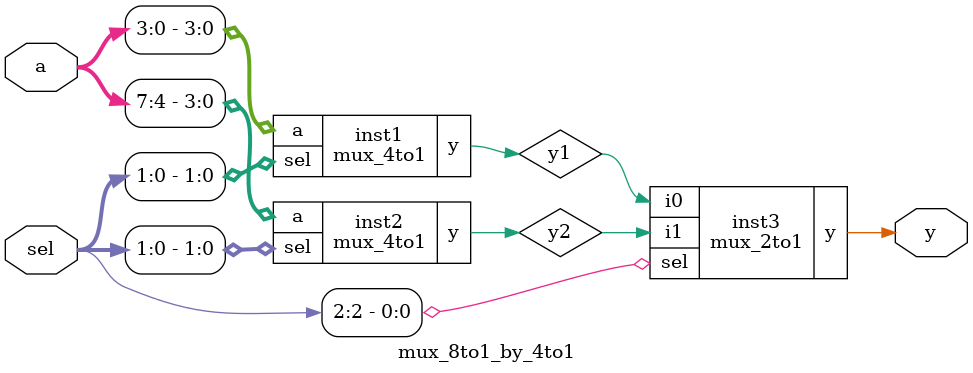
<source format=v>
module mux_4to1(input [3:0]a,input[1:0]sel,output y);
assign y=(sel==2'b00)?a[0]:
	(sel==2'b01)?a[1]:
	 (sel==2'b10)?a[2]:
		     a[3];
endmodule

module mux_2to1(input i0,i1,sel,output y);
	assign y=sel?i1:i0;
endmodule



module mux_8to1_by_4to1(input [7:0]a,input[2:0]sel,output y);

wire y1,y2;

mux_4to1 inst1 (a[3:0],sel[1:0],y1);
mux_4to1 inst2 (a[7:4],sel[1:0],y2);//1st level  modules hirarchy


mux_2to1 inst3(y1,y2,sel[2],y);//2nd level module 
endmodule
  	

</source>
